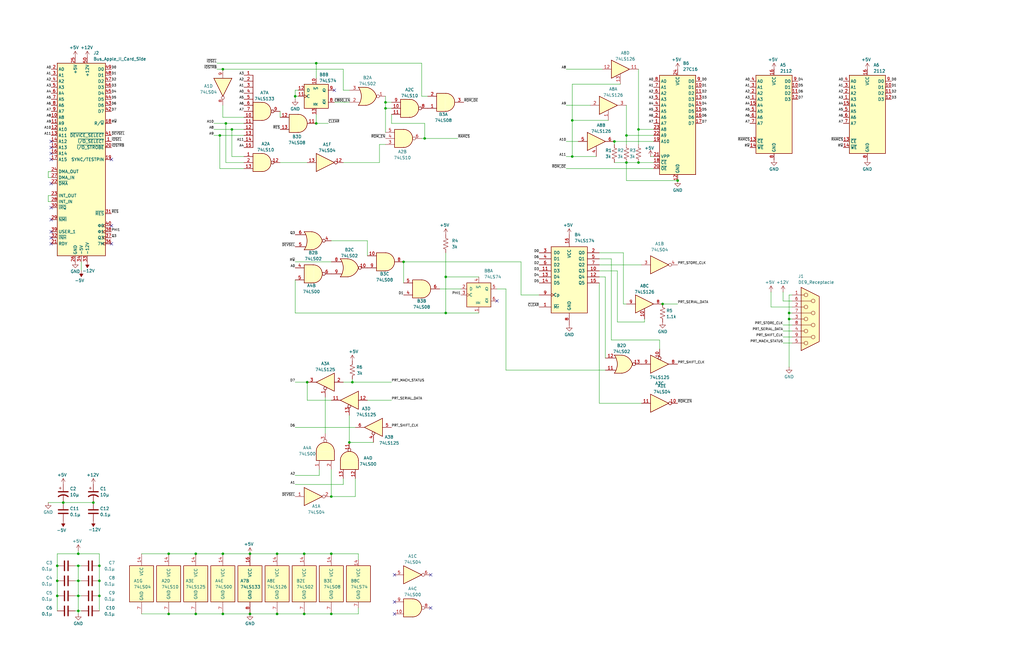
<source format=kicad_sch>
(kicad_sch (version 20231120) (generator "eeschema") (generator_version "8.0")
  (paper "USLedger")
  (title_block (title "Apple Synch Printer Interface Card") (date "2024-03-23") (rev "01") (comment 2 "captured by Mark Aikens") (comment 3 "by Apple Computer") (comment 4 "Synch Printer Interface Card 820-0027-01"))
  (junction (at 24.13 238.76))
  (junction (at 33.02 251.46))
  (junction (at 33.02 233.68))
  (junction (at 179.07 58.42))
  (junction (at 147.32 186.69))
  (junction (at 133.35 52.07))
  (junction (at 26.67 212.09))
  (junction (at 33.02 238.76))
  (junction (at 71.12 233.68))
  (junction (at 82.55 259.08))
  (junction (at 116.84 233.68))
  (junction (at 148.59 161.29))
  (junction (at 41.91 245.11))
  (junction (at 187.96 132.08))
  (junction (at 33.02 257.81))
  (junction (at 128.27 259.08))
  (junction (at 24.13 245.11))
  (junction (at 332.74 132.08))
  (junction (at 95.25 52.07))
  (junction (at 241.3 66.04))
  (junction (at 285.75 76.2))
  (junction (at 133.35 26.67))
  (junction (at 332.74 134.62))
  (junction (at 41.91 251.46))
  (junction (at 92.71 57.15))
  (junction (at 187.96 116.84))
  (junction (at 241.3 50.8))
  (junction (at 24.13 251.46))
  (junction (at 139.7 209.55))
  (junction (at 279.4 128.27))
  (junction (at 162.56 43.18))
  (junction (at 128.27 233.68))
  (junction (at 259.08 59.69))
  (junction (at 124.46 40.64))
  (junction (at 33.02 245.11))
  (junction (at 71.12 259.08))
  (junction (at 269.24 68.58))
  (junction (at 116.84 259.08))
  (junction (at 93.98 29.21))
  (junction (at 93.98 233.68))
  (junction (at 264.16 68.58))
  (junction (at 170.18 110.49))
  (junction (at 264.16 57.15))
  (junction (at 269.24 54.61))
  (junction (at 39.37 212.09))
  (junction (at 41.91 238.76))
  (junction (at 105.41 259.08))
  (junction (at 93.98 259.08))
  (junction (at 82.55 233.68))
  (junction (at 105.41 233.68))
  (junction (at 129.54 161.29))
  (junction (at 97.79 54.61))
  (junction (at 139.7 233.68))
  (junction (at 139.7 259.08))
  (junction (at 162.56 45.72))
  (no_connect (at 21.59 59.69))
  (no_connect (at 46.99 102.87))
  (no_connect (at 21.59 62.23))
  (no_connect (at 21.59 64.77))
  (no_connect (at 166.37 242.57))
  (no_connect (at 181.61 242.57))
  (no_connect (at 21.59 77.47))
  (no_connect (at 166.37 254))
  (no_connect (at 46.99 67.31))
  (no_connect (at 46.99 95.25))
  (no_connect (at 140.97 38.1))
  (no_connect (at 21.59 97.79))
  (no_connect (at 21.59 92.71))
  (no_connect (at 21.59 87.63))
  (no_connect (at 209.55 127))
  (no_connect (at 21.59 102.87))
  (no_connect (at 21.59 100.33))
  (no_connect (at 166.37 259.08))
  (no_connect (at 181.61 256.54))
  (no_connect (at 21.59 67.31))
  (wire (pts (xy 118.11 46.99) (xy 118.11 49.53)))
  (wire (pts (xy 20.32 72.39) (xy 20.32 74.93)))
  (wire (pts (xy 33.02 251.46) (xy 34.29 251.46)))
  (wire (pts (xy 165.1 161.29) (xy 148.59 161.29)))
  (wire (pts (xy 124.46 180.34) (xy 149.86 180.34)))
  (wire (pts (xy 330.2 127) (xy 330.2 123.19)))
  (wire (pts (xy 128.27 233.68) (xy 139.7 233.68)))
  (wire (pts (xy 20.32 82.55) (xy 21.59 82.55)))
  (wire (pts (xy 41.91 238.76) (xy 41.91 245.11)))
  (wire (pts (xy 270.51 170.18) (xy 252.73 170.18)))
  (wire (pts (xy 219.71 124.46) (xy 227.33 124.46)))
  (wire (pts (xy 157.48 186.69) (xy 147.32 186.69)))
  (wire (pts (xy 90.17 52.07) (xy 95.25 52.07)))
  (wire (pts (xy 20.32 82.55) (xy 20.32 85.09)))
  (wire (pts (xy 332.74 134.62) (xy 332.74 132.08)))
  (wire (pts (xy 133.35 48.26) (xy 133.35 52.07)))
  (wire (pts (xy 92.71 57.15) (xy 102.87 57.15)))
  (wire (pts (xy 187.96 116.84) (xy 187.96 132.08)))
  (wire (pts (xy 71.12 259.08) (xy 82.55 259.08)))
  (wire (pts (xy 332.74 154.94) (xy 332.74 134.62)))
  (wire (pts (xy 124.46 118.11) (xy 124.46 132.08)))
  (wire (pts (xy 149.86 209.55) (xy 149.86 201.93)))
  (wire (pts (xy 139.7 233.68) (xy 151.13 233.68)))
  (wire (pts (xy 33.02 257.81) (xy 34.29 257.81)))
  (wire (pts (xy 177.8 26.67) (xy 177.8 40.64)))
  (wire (pts (xy 34.29 114.3) (xy 34.29 110.49)))
  (wire (pts (xy 271.78 135.89) (xy 271.78 134.62)))
  (wire (pts (xy 33.02 238.76) (xy 33.02 245.11)))
  (wire (pts (xy 137.16 167.64) (xy 137.16 182.88)))
  (wire (pts (xy 82.55 233.68) (xy 93.98 233.68)))
  (wire (pts (xy 102.87 71.12) (xy 92.71 71.12)))
  (wire (pts (xy 93.98 233.68) (xy 105.41 233.68)))
  (wire (pts (xy 140.97 43.18) (xy 147.32 43.18)))
  (wire (pts (xy 252.73 106.68) (xy 262.89 106.68)))
  (wire (pts (xy 179.07 52.07) (xy 165.1 52.07)))
  (wire (pts (xy 144.78 161.29) (xy 148.59 161.29)))
  (wire (pts (xy 24.13 238.76) (xy 24.13 245.11)))
  (wire (pts (xy 241.3 35.56) (xy 261.62 35.56)))
  (wire (pts (xy 93.98 44.45) (xy 93.98 49.53)))
  (wire (pts (xy 97.79 66.04) (xy 97.79 54.61)))
  (wire (pts (xy 160.02 60.96) (xy 162.56 60.96)))
  (wire (pts (xy 102.87 66.04) (xy 97.79 66.04)))
  (wire (pts (xy 162.56 45.72) (xy 165.1 45.72)))
  (wire (pts (xy 264.16 57.15) (xy 275.59 57.15)))
  (wire (pts (xy 177.8 40.64) (xy 180.34 40.64)))
  (wire (pts (xy 187.96 116.84) (xy 201.93 116.84)))
  (wire (pts (xy 105.41 259.08) (xy 116.84 259.08)))
  (wire (pts (xy 118.11 68.58) (xy 129.54 68.58)))
  (wire (pts (xy 33.02 232.41) (xy 33.02 233.68)))
  (wire (pts (xy 259.08 59.69) (xy 259.08 60.96)))
  (wire (pts (xy 20.32 85.09) (xy 21.59 85.09)))
  (wire (pts (xy 278.13 143.51) (xy 278.13 147.32)))
  (wire (pts (xy 264.16 57.15) (xy 264.16 60.96)))
  (wire (pts (xy 128.27 259.08) (xy 139.7 259.08)))
  (wire (pts (xy 252.73 111.76) (xy 270.51 111.76)))
  (wire (pts (xy 325.12 129.54) (xy 334.01 129.54)))
  (wire (pts (xy 162.56 45.72) (xy 162.56 55.88)))
  (wire (pts (xy 26.67 212.09) (xy 39.37 212.09)))
  (wire (pts (xy 24.13 251.46) (xy 24.13 257.81)))
  (wire (pts (xy 269.24 68.58) (xy 275.59 68.58)))
  (wire (pts (xy 332.74 124.46) (xy 332.74 132.08)))
  (wire (pts (xy 269.24 60.96) (xy 269.24 54.61)))
  (wire (pts (xy 260.35 114.3) (xy 260.35 135.89)))
  (wire (pts (xy 124.46 204.47) (xy 144.78 204.47)))
  (wire (pts (xy 33.02 251.46) (xy 33.02 257.81)))
  (wire (pts (xy 209.55 121.92) (xy 213.36 121.92)))
  (wire (pts (xy 260.35 135.89) (xy 271.78 135.89)))
  (wire (pts (xy 162.56 43.18) (xy 162.56 40.64)))
  (wire (pts (xy 334.01 134.62) (xy 332.74 134.62)))
  (wire (pts (xy 241.3 50.8) (xy 256.54 50.8)))
  (wire (pts (xy 41.91 233.68) (xy 41.91 238.76)))
  (wire (pts (xy 105.41 233.68) (xy 116.84 233.68)))
  (wire (pts (xy 334.01 124.46) (xy 332.74 124.46)))
  (wire (pts (xy 185.42 121.92) (xy 194.31 121.92)))
  (wire (pts (xy 33.02 233.68) (xy 24.13 233.68)))
  (wire (pts (xy 165.1 52.07) (xy 165.1 48.26)))
  (wire (pts (xy 238.76 44.45) (xy 248.92 44.45)))
  (wire (pts (xy 59.69 233.68) (xy 71.12 233.68)))
  (wire (pts (xy 90.17 57.15) (xy 92.71 57.15)))
  (wire (pts (xy 279.4 128.27) (xy 285.75 128.27)))
  (wire (pts (xy 124.46 161.29) (xy 129.54 161.29)))
  (wire (pts (xy 219.71 110.49) (xy 170.18 110.49)))
  (wire (pts (xy 41.91 245.11) (xy 41.91 251.46)))
  (wire (pts (xy 33.02 233.68) (xy 41.91 233.68)))
  (wire (pts (xy 124.46 132.08) (xy 187.96 132.08)))
  (wire (pts (xy 187.96 132.08) (xy 201.93 132.08)))
  (wire (pts (xy 139.7 259.08) (xy 151.13 259.08)))
  (wire (pts (xy 179.07 52.07) (xy 179.07 58.42)))
  (wire (pts (xy 139.7 209.55) (xy 149.86 209.55)))
  (wire (pts (xy 151.13 233.68) (xy 151.13 236.22)))
  (wire (pts (xy 24.13 245.11) (xy 24.13 251.46)))
  (wire (pts (xy 330.2 137.16) (xy 334.01 137.16)))
  (wire (pts (xy 139.7 101.6) (xy 154.94 101.6)))
  (wire (pts (xy 144.78 201.93) (xy 144.78 204.47)))
  (wire (pts (xy 95.25 52.07) (xy 102.87 52.07)))
  (wire (pts (xy 241.3 35.56) (xy 241.3 50.8)))
  (wire (pts (xy 330.2 139.7) (xy 334.01 139.7)))
  (wire (pts (xy 162.56 43.18) (xy 162.56 45.72)))
  (wire (pts (xy 325.12 123.19) (xy 325.12 129.54)))
  (wire (pts (xy 147.32 175.26) (xy 147.32 186.69)))
  (wire (pts (xy 139.7 168.91) (xy 129.54 168.91)))
  (wire (pts (xy 116.84 233.68) (xy 128.27 233.68)))
  (wire (pts (xy 187.96 106.68) (xy 187.96 116.84)))
  (wire (pts (xy 269.24 54.61) (xy 275.59 54.61)))
  (wire (pts (xy 238.76 71.12) (xy 275.59 71.12)))
  (wire (pts (xy 241.3 50.8) (xy 241.3 66.04)))
  (wire (pts (xy 262.89 106.68) (xy 262.89 128.27)))
  (wire (pts (xy 33.02 257.81) (xy 33.02 259.08)))
  (wire (pts (xy 255.27 116.84) (xy 255.27 151.13)))
  (wire (pts (xy 31.75 238.76) (xy 33.02 238.76)))
  (wire (pts (xy 133.35 52.07) (xy 138.43 52.07)))
  (wire (pts (xy 219.71 124.46) (xy 219.71 110.49)))
  (wire (pts (xy 91.44 29.21) (xy 93.98 29.21)))
  (wire (pts (xy 33.02 245.11) (xy 33.02 251.46)))
  (wire (pts (xy 179.07 58.42) (xy 177.8 58.42)))
  (wire (pts (xy 264.16 76.2) (xy 285.75 76.2)))
  (wire (pts (xy 93.98 29.21) (xy 144.78 29.21)))
  (wire (pts (xy 20.32 72.39) (xy 21.59 72.39)))
  (wire (pts (xy 151.13 259.08) (xy 151.13 256.54)))
  (wire (pts (xy 213.36 156.21) (xy 213.36 121.92)))
  (wire (pts (xy 332.74 132.08) (xy 334.01 132.08)))
  (wire (pts (xy 133.35 26.67) (xy 133.35 33.02)))
  (wire (pts (xy 124.46 41.91) (xy 124.46 40.64)))
  (wire (pts (xy 330.2 142.24) (xy 334.01 142.24)))
  (wire (pts (xy 24.13 233.68) (xy 24.13 238.76)))
  (wire (pts (xy 144.78 68.58) (xy 160.02 68.58)))
  (wire (pts (xy 262.89 128.27) (xy 264.16 128.27)))
  (wire (pts (xy 264.16 44.45) (xy 264.16 57.15)))
  (wire (pts (xy 259.08 68.58) (xy 264.16 68.58)))
  (wire (pts (xy 133.35 26.67) (xy 177.8 26.67)))
  (wire (pts (xy 31.75 257.81) (xy 33.02 257.81)))
  (wire (pts (xy 144.78 29.21) (xy 144.78 38.1)))
  (wire (pts (xy 31.75 245.11) (xy 33.02 245.11)))
  (wire (pts (xy 116.84 259.08) (xy 128.27 259.08)))
  (wire (pts (xy 124.46 38.1) (xy 124.46 40.64)))
  (wire (pts (xy 92.71 71.12) (xy 92.71 57.15)))
  (wire (pts (xy 97.79 54.61) (xy 102.87 54.61)))
  (wire (pts (xy 264.16 68.58) (xy 264.16 76.2)))
  (wire (pts (xy 334.01 127) (xy 330.2 127)))
  (wire (pts (xy 238.76 66.04) (xy 241.3 66.04)))
  (wire (pts (xy 33.02 245.11) (xy 34.29 245.11)))
  (wire (pts (xy 41.91 251.46) (xy 41.91 257.81)))
  (wire (pts (xy 238.76 29.21) (xy 254 29.21)))
  (wire (pts (xy 144.78 38.1) (xy 147.32 38.1)))
  (wire (pts (xy 238.76 59.69) (xy 243.84 59.69)))
  (wire (pts (xy 252.73 116.84) (xy 255.27 116.84)))
  (wire (pts (xy 241.3 66.04) (xy 251.46 66.04)))
  (wire (pts (xy 129.54 161.29) (xy 129.54 168.91)))
  (wire (pts (xy 269.24 29.21) (xy 269.24 54.61)))
  (wire (pts (xy 162.56 43.18) (xy 165.1 43.18)))
  (wire (pts (xy 95.25 68.58) (xy 95.25 52.07)))
  (wire (pts (xy 259.08 59.69) (xy 275.59 59.69)))
  (wire (pts (xy 148.59 160.02) (xy 148.59 161.29)))
  (wire (pts (xy 20.32 212.09) (xy 26.67 212.09)))
  (wire (pts (xy 91.44 26.67) (xy 133.35 26.67)))
  (wire (pts (xy 31.75 251.46) (xy 33.02 251.46)))
  (wire (pts (xy 102.87 68.58) (xy 95.25 68.58)))
  (wire (pts (xy 160.02 68.58) (xy 160.02 60.96)))
  (wire (pts (xy 82.55 259.08) (xy 93.98 259.08)))
  (wire (pts (xy 255.27 156.21) (xy 213.36 156.21)))
  (wire (pts (xy 252.73 170.18) (xy 252.73 119.38)))
  (wire (pts (xy 139.7 198.12) (xy 139.7 209.55)))
  (wire (pts (xy 124.46 200.66) (xy 134.62 200.66)))
  (wire (pts (xy 274.32 66.04) (xy 275.59 66.04)))
  (wire (pts (xy 257.81 109.22) (xy 257.81 143.51)))
  (wire (pts (xy 33.02 238.76) (xy 34.29 238.76)))
  (wire (pts (xy 252.73 109.22) (xy 257.81 109.22)))
  (wire (pts (xy 59.69 259.08) (xy 71.12 259.08)))
  (wire (pts (xy 252.73 114.3) (xy 260.35 114.3)))
  (wire (pts (xy 90.17 54.61) (xy 97.79 54.61)))
  (wire (pts (xy 124.46 40.64) (xy 125.73 40.64)))
  (wire (pts (xy 154.94 101.6) (xy 154.94 107.95)))
  (wire (pts (xy 134.62 200.66) (xy 134.62 198.12)))
  (wire (pts (xy 330.2 144.78) (xy 334.01 144.78)))
  (wire (pts (xy 154.94 168.91) (xy 165.1 168.91)))
  (wire (pts (xy 20.32 74.93) (xy 21.59 74.93)))
  (wire (pts (xy 93.98 259.08) (xy 105.41 259.08)))
  (wire (pts (xy 71.12 233.68) (xy 82.55 233.68)))
  (wire (pts (xy 179.07 58.42) (xy 193.04 58.42)))
  (wire (pts (xy 124.46 110.49) (xy 139.7 110.49)))
  (wire (pts (xy 170.18 119.38) (xy 170.18 110.49)))
  (wire (pts (xy 257.81 143.51) (xy 278.13 143.51)))
  (wire (pts (xy 125.73 38.1) (xy 124.46 38.1)))
  (wire (pts (xy 264.16 68.58) (xy 269.24 68.58)))
  (wire (pts (xy 93.98 49.53) (xy 102.87 49.53)))
  (label "PRT_SERIAL_DATA" (at 330.2 139.7 180) (effects (font (size 1 1))))
  (label "D5" (at 295.91 46.99 0) (effects (font (size 1 1))))
  (label "D4" (at 46.99 39.37 0) (effects (font (size 1 1))))
  (label "D7" (at 124.46 161.29 180) (effects (font (size 1 1))))
  (label "~{RAMCS}" (at 193.04 58.42 0) (effects (font (size 1 1))))
  (label "D6" (at 227.33 109.22 180) (effects (font (size 1 1))))
  (label "A3" (at 355.6 41.91 180) (effects (font (size 1 1))))
  (label "D5" (at 46.99 41.91 0) (effects (font (size 1 1))))
  (label "A3" (at 275.59 41.91 180) (effects (font (size 1 1))))
  (label "D1" (at 295.91 36.83 0) (effects (font (size 1 1))))
  (label "~{RAMCS}" (at 355.6 59.69 180) (effects (font (size 1 1))))
  (label "A2" (at 124.46 200.66 180) (effects (font (size 1 1))))
  (label "A8" (at 238.76 29.21 180) (effects (font (size 1 1))))
  (label "~{ROM_EN}" (at 162.56 58.42 180) (effects (font (size 1 1))))
  (label "A6" (at 355.6 49.53 180) (effects (font (size 1 1))))
  (label "D4" (at 336.55 34.29 0) (effects (font (size 1 1))))
  (label "Q3" (at 46.99 100.33 0) (effects (font (size 1 1))))
  (label "D0" (at 46.99 29.21 0) (effects (font (size 1 1))))
  (label "A4" (at 355.6 44.45 180) (effects (font (size 1 1))))
  (label "A0" (at 102.87 39.37 180) (effects (font (size 1 1))))
  (label "~{DEVSEL}" (at 124.46 104.14 180) (effects (font (size 1 1))))
  (label "~{ROM_EN}" (at 285.75 170.18 0) (effects (font (size 1 1))))
  (label "Q3" (at 124.46 99.06 180) (effects (font (size 1 1))))
  (label "A4" (at 21.59 39.37 180) (effects (font (size 1 1))))
  (label "A2" (at 355.6 39.37 180) (effects (font (size 1 1))))
  (label "A1" (at 355.6 36.83 180) (effects (font (size 1 1))))
  (label "~{CLEAR}" (at 138.43 52.07 0) (effects (font (size 1 1))))
  (label "A5" (at 355.6 46.99 180) (effects (font (size 1 1))))
  (label "A7" (at 355.6 52.07 180) (effects (font (size 1 1))))
  (label "A8" (at 21.59 49.53 180) (effects (font (size 1 1))))
  (label "D2" (at 46.99 34.29 0) (effects (font (size 1 1))))
  (label "~{DEVSEL}" (at 124.46 209.55 180) (effects (font (size 1 1))))
  (label "D2" (at 295.91 39.37 0) (effects (font (size 1 1))))
  (label "D1" (at 375.92 36.83 0) (effects (font (size 1 1))))
  (label "A5" (at 316.23 46.99 180) (effects (font (size 1 1))))
  (label "A3" (at 21.59 36.83 180) (effects (font (size 1 1))))
  (label "D6" (at 46.99 44.45 0) (effects (font (size 1 1))))
  (label "PRT_SERIAL_DATA" (at 165.1 168.91 0) (effects (font (size 1 1))))
  (label "D7" (at 46.99 46.99 0) (effects (font (size 1 1))))
  (label "D3" (at 46.99 36.83 0) (effects (font (size 1 1))))
  (label "~{CLEAR}" (at 227.33 129.54 180) (effects (font (size 1 1))))
  (label "A1" (at 275.59 36.83 180) (effects (font (size 1 1))))
  (label "A2" (at 316.23 39.37 180) (effects (font (size 1 1))))
  (label "A4" (at 275.59 44.45 180) (effects (font (size 1 1))))
  (label "A9" (at 21.59 52.07 180) (effects (font (size 1 1))))
  (label "A1" (at 21.59 31.75 180) (effects (font (size 1 1))))
  (label "D1" (at 46.99 31.75 0) (effects (font (size 1 1))))
  (label "PRT_MACH_STATUS" (at 165.1 161.29 0) (effects (font (size 1 1))))
  (label "D5" (at 336.55 36.83 0) (effects (font (size 1 1))))
  (label "PHI1" (at 46.99 97.79 0) (effects (font (size 1 1))))
  (label "A6" (at 102.87 44.45 180) (effects (font (size 1 1))))
  (label "A6" (at 275.59 49.53 180) (effects (font (size 1 1))))
  (label "A9" (at 238.76 44.45 180) (effects (font (size 1 1))))
  (label "D7" (at 295.91 52.07 0) (effects (font (size 1 1))))
  (label "~{RES}" (at 46.99 90.17 0) (effects (font (size 1 1))))
  (label "~{ROM_OE}" (at 195.58 43.18 0) (effects (font (size 1 1))))
  (label "A7" (at 275.59 52.07 180) (effects (font (size 1 1))))
  (label "A3" (at 316.23 41.91 180) (effects (font (size 1 1))))
  (label "A3" (at 102.87 31.75 180) (effects (font (size 1 1))))
  (label "A2" (at 102.87 34.29 180) (effects (font (size 1 1))))
  (label "A2" (at 275.59 39.37 180) (effects (font (size 1 1))))
  (label "~{C800_EN}" (at 140.97 43.18 0) (effects (font (size 1 1))))
  (label "PRT_STORE_CLK" (at 285.75 111.76 0) (effects (font (size 1 1))))
  (label "D3" (at 375.92 41.91 0) (effects (font (size 1 1))))
  (label "A5" (at 275.59 46.99 180) (effects (font (size 1 1))))
  (label "A1" (at 124.46 204.47 180) (effects (font (size 1 1))))
  (label "PRT_MACH_STATUS" (at 330.2 144.78 180) (effects (font (size 1 1))))
  (label "~{IOSTRB}" (at 46.99 62.23 0) (effects (font (size 1 1))))
  (label "R~{W}" (at 124.46 110.49 180) (effects (font (size 1 1))))
  (label "~{IOSEL}" (at 91.44 26.67 180) (effects (font (size 1 1))))
  (label "A11" (at 21.59 57.15 180) (effects (font (size 1 1))))
  (label "A10" (at 90.17 52.07 180) (effects (font (size 1 1))))
  (label "R~{W}" (at 46.99 52.07 0) (effects (font (size 1 1))))
  (label "PRT_SHIFT_CLK" (at 330.2 142.24 180) (effects (font (size 1 1))))
  (label "PRT_SERIAL_DATA" (at 285.75 128.27 0) (effects (font (size 1 1))))
  (label "A10" (at 21.59 54.61 180) (effects (font (size 1 1))))
  (label "~{DEVSEL}" (at 46.99 57.15 0) (effects (font (size 1 1))))
  (label "PHI1" (at 194.31 124.46 180) (effects (font (size 1 1))))
  (label "A0" (at 21.59 29.21 180) (effects (font (size 1 1))))
  (label "PRT_SHIFT_CLK" (at 165.1 180.34 0) (effects (font (size 1 1))))
  (label "D0" (at 295.91 34.29 0) (effects (font (size 1 1))))
  (label "A9" (at 90.17 57.15 180) (effects (font (size 1 1))))
  (label "A4" (at 102.87 62.23 180) (effects (font (size 1 1))))
  (label "PRT_SHIFT_CLK" (at 285.75 153.67 0) (effects (font (size 1 1))))
  (label "D4" (at 227.33 116.84 180) (effects (font (size 1 1))))
  (label "A10" (at 238.76 59.69 180) (effects (font (size 1 1))))
  (label "A11" (at 102.87 59.69 180) (effects (font (size 1 1))))
  (label "A7" (at 102.87 46.99 180) (effects (font (size 1 1))))
  (label "D7" (at 336.55 41.91 0) (effects (font (size 1 1))))
  (label "D6" (at 336.55 39.37 0) (effects (font (size 1 1))))
  (label "~{IOSEL}" (at 46.99 59.69 0) (effects (font (size 1 1))))
  (label "A5" (at 102.87 41.91 180) (effects (font (size 1 1))))
  (label "D0" (at 227.33 106.68 180) (effects (font (size 1 1))))
  (label "A2" (at 21.59 34.29 180) (effects (font (size 1 1))))
  (label "A1" (at 102.87 36.83 180) (effects (font (size 1 1))))
  (label "D6" (at 295.91 49.53 0) (effects (font (size 1 1))))
  (label "A5" (at 21.59 41.91 180) (effects (font (size 1 1))))
  (label "A0" (at 355.6 34.29 180) (effects (font (size 1 1))))
  (label "A6" (at 316.23 49.53 180) (effects (font (size 1 1))))
  (label "A8" (at 90.17 54.61 180) (effects (font (size 1 1))))
  (label "A0" (at 124.46 113.03 180) (effects (font (size 1 1))))
  (label "D3" (at 227.33 114.3 180) (effects (font (size 1 1))))
  (label "A7" (at 21.59 46.99 180) (effects (font (size 1 1))))
  (label "D2" (at 227.33 111.76 180) (effects (font (size 1 1))))
  (label "~{ROM_OE}" (at 238.76 71.12 180) (effects (font (size 1 1))))
  (label "A0" (at 275.59 34.29 180) (effects (font (size 1 1))))
  (label "A4" (at 316.23 44.45 180) (effects (font (size 1 1))))
  (label "~{IOSTRB}" (at 91.44 29.21 180) (effects (font (size 1 1))))
  (label "A11" (at 238.76 66.04 180) (effects (font (size 1 1))))
  (label "D6" (at 124.46 180.34 180) (effects (font (size 1 1))))
  (label "~{RAMCS}" (at 316.23 59.69 180) (effects (font (size 1 1))))
  (label "~{RES}" (at 118.11 54.61 180) (effects (font (size 1 1))))
  (label "A0" (at 316.23 34.29 180) (effects (font (size 1 1))))
  (label "A6" (at 21.59 44.45 180) (effects (font (size 1 1))))
  (label "D0" (at 375.92 34.29 0) (effects (font (size 1 1))))
  (label "A7" (at 316.23 52.07 180) (effects (font (size 1 1))))
  (label "D4" (at 295.91 44.45 0) (effects (font (size 1 1))))
  (label "A1" (at 316.23 36.83 180) (effects (font (size 1 1))))
  (label "D3" (at 295.91 41.91 0) (effects (font (size 1 1))))
  (label "D1" (at 170.18 124.46 180) (effects (font (size 1 1))))
  (label "D2" (at 375.92 39.37 0) (effects (font (size 1 1))))
  (label "R~{W}" (at 316.23 62.23 180) (effects (font (size 1 1))))
  (label "PRT_STORE_CLK" (at 330.2 137.16 180) (effects (font (size 1 1))))
  (label "D5" (at 227.33 119.38 180) (effects (font (size 1 1))))
  (label "R~{W}" (at 355.6 62.23 180) (effects (font (size 1 1))))
  (symbol (lib_id "74xx:74LS02") (at 147.32 113.03 0) (unit 3)
    (property "Reference" "B2" (at 147.32 105.41 0))
    (property "Value" "74LS02" (at 147.32 107.95 0))
    (property "Datasheet" "http://www.ti.com/lit/gpn/sn74ls02" (effects (hide yes)))
    (property "Description" "quad 2-input NOR gate" (effects (hide yes)))
  )
  (symbol (lib_id "74xx:74LS04") (at 173.99 242.57 0) (unit 3)
    (property "Reference" "A1" (at 173.99 234.696 0))
    (property "Value" "74LS04" (at 173.99 237.236 0))
    (property "Datasheet" "http://www.ti.com/lit/gpn/sn74LS04" (effects (hide yes)))
    (property "Description" "Hex Inverter" (effects (hide yes)))
  )
  (symbol (lib_id "power:+12V") (at 36.83 24.13 0) (unit 1)
    (property "Reference" "#PWR09" (effects (hide yes)))
    (property "Value" "+12V" (at 36.576 20.066 0))
    (property "Description" "Power symbol creates a global label with name \"+12V\"" (effects (hide yes)))
  )
  (symbol (lib_id "power:+5V") (at 365.76 29.21 0) (unit 1)
    (property "Reference" "#PWR014" (effects (hide yes)))
    (property "Value" "+5V" (at 365.252 25.146 0))
    (property "Description" "Power symbol creates a global label with name \"+5V\"" (effects (hide yes)))
  )
  (symbol (lib_id "74xx:74LS10") (at 172.72 45.72 0) (unit 3)
    (property "Reference" "A2" (at 172.72 37.846 0))
    (property "Value" "74LS10" (at 172.72 40.386 0))
    (property "Datasheet" "http://www.ti.com/lit/gpn/sn74LS10" (effects (hide yes)))
    (property "Description" "Triple 3-input NAND" (effects (hide yes)))
  )
  (symbol (lib_id "power:+5V") (at 33.02 232.41 0) (unit 1)
    (property "Reference" "#PWR04" (effects (hide yes)))
    (property "Value" "+5V" (at 32.512 228.346 0))
    (property "Description" "Power symbol creates a global label with name \"+5V\"" (effects (hide yes)))
  )
  (symbol (lib_id "74xx:74LS125") (at 157.48 180.34 0) (mirror y) (unit 2)
    (property "Reference" "A3" (at 164.084 184.404 0))
    (property "Value" "74LS125" (at 164.084 186.944 0))
    (property "Datasheet" "http://www.ti.com/lit/gpn/sn74LS125" (effects (hide yes)))
    (property "Description" "Quad buffer 3-State outputs" (effects (hide yes)))
  )
  (symbol (lib_id "74xx:74LS08") (at 177.8 121.92 0) (mirror x) (unit 2)
    (property "Reference" "B3" (at 177.8083 127 0))
    (property "Value" "74LS08" (at 177.8083 129.54 0))
    (property "Datasheet" "http://www.ti.com/lit/gpn/sn74LS08" (effects (hide yes)))
    (property "Description" "Quad And2" (effects (hide yes)))
  )
  (symbol (lib_id "74xx:74LS02") (at 154.94 40.64 0) (mirror x) (unit 1)
    (property "Reference" "B2" (at 154.94 32.766 0))
    (property "Value" "74LS02" (at 154.94 35.306 0))
    (property "Datasheet" "http://www.ti.com/lit/gpn/sn74ls02" (effects (hide yes)))
    (property "Description" "quad 2-input NOR gate" (effects (hide yes)))
  )
  (symbol (lib_id "power:GND") (at 332.74 154.94 0) (unit 1)
    (property "Reference" "#PWR030" (effects (hide yes)))
    (property "Value" "GND" (at 332.74 159.004 0))
    (property "Description" "Power symbol creates a global label with name \"GND\" , ground" (effects (hide yes)))
  )
  (symbol (lib_id "74xx:74LS174") (at 240.03 116.84 0) (unit 1)
    (property "Reference" "B4" (at 242.2241 99.06 0) (effects (justify left)))
    (property "Value" "74LS174" (at 242.2241 101.6 0) (effects (justify left)))
    (property "Datasheet" "http://www.ti.com/lit/gpn/sn74LS174" (effects (hide yes)))
    (property "Description" "Hex D-type Flip-Flop, reset" (effects (hide yes)))
  )
  (symbol (lib_id "74xx:74LS04") (at 93.98 36.83 90) (mirror x) (unit 4)
    (property "Reference" "A1" (at 87.884 36.322 90))
    (property "Value" "74LS04" (at 87.884 38.862 90))
    (property "Datasheet" "http://www.ti.com/lit/gpn/sn74LS04" (effects (hide yes)))
    (property "Description" "Hex Inverter" (effects (hide yes)))
  )
  (symbol (lib_id "power:+12V") (at 39.37 204.47 0) (unit 1)
    (property "Reference" "#PWR033" (effects (hide yes)))
    (property "Value" "+12V" (at 39.116 200.406 0))
    (property "Description" "Power symbol creates a global label with name \"+12V\"" (effects (hide yes)))
  )
  (symbol (lib_id "74xx:74LS00") (at 132.08 115.57 0) (unit 2)
    (property "Reference" "A4" (at 131.318 120.523 0))
    (property "Value" "74LS00" (at 131.318 123.063 0))
    (property "Datasheet" "http://www.ti.com/lit/gpn/sn74ls00" (effects (hide yes)))
    (property "Description" "quad 2-input NAND gate" (effects (hide yes)))
  )
  (symbol (lib_id "74xx:74LS04") (at 137.16 68.58 0) (unit 6)
    (property "Reference" "A1" (at 137.922 60.96 0))
    (property "Value" "74LS04" (at 137.922 63.5 0))
    (property "Datasheet" "http://www.ti.com/lit/gpn/sn74LS04" (effects (hide yes)))
    (property "Description" "Hex Inverter" (effects (hide yes)))
  )
  (symbol (lib_id "power:+12V") (at 330.2 123.19 0) (unit 1)
    (property "Reference" "#PWR032" (effects (hide yes)))
    (property "Value" "+12V" (at 329.946 119.126 0))
    (property "Description" "Power symbol creates a global label with name \"+12V\"" (effects (hide yes)))
  )
  (symbol (lib_id "74xx:74LS10") (at 71.12 246.38 0) (unit 4)
    (property "Reference" "A2" (at 68.072 245.11 0) (effects (justify left)))
    (property "Value" "74LS10" (at 68.072 247.65 0) (effects (justify left)))
    (property "Datasheet" "http://www.ti.com/lit/gpn/sn74LS10" (effects (hide yes)))
    (property "Description" "Triple 3-input NAND" (effects (hide yes)))
  )
  (symbol (lib_id "power:-5V") (at 34.29 114.3 180) (unit 1)
    (property "Reference" "#PWR07" (effects (hide yes)))
    (property "Value" "-5V" (at 33.528 118.364 0))
    (property "Description" "Power symbol creates a global label with name \"-5V\"" (effects (hide yes)))
  )
  (symbol (lib_id "power:-12V") (at 39.37 219.71 180) (unit 1)
    (property "Reference" "#PWR035" (effects (hide yes)))
    (property "Value" "-12V" (at 39.878 223.52 0))
    (property "Description" "Power symbol creates a global label with name \"-12V\"" (effects (hide yes)))
  )
  (symbol (lib_id "74xx:74LS10") (at 170.18 58.42 0) (mirror x) (unit 2)
    (property "Reference" "A2" (at 169.672 64.008 0))
    (property "Value" "74LS10" (at 169.672 66.548 0))
    (property "Datasheet" "http://www.ti.com/lit/gpn/sn74LS10" (effects (hide yes)))
    (property "Description" "Triple 3-input NAND" (effects (hide yes)))
  )
  (symbol (lib_id "74xx:74LS125") (at 147.32 168.91 0) (mirror y) (unit 4)
    (property "Reference" "A3" (at 154.432 172.466 0))
    (property "Value" "74LS125" (at 154.432 175.006 0))
    (property "Datasheet" "http://www.ti.com/lit/gpn/sn74LS125" (effects (hide yes)))
    (property "Description" "Quad buffer 3-State outputs" (effects (hide yes)))
  )
  (symbol (lib_id "Device:C") (at 38.1 251.46 90) (unit 1)
    (property "Reference" "C9" (at 48.514 250.19 90) (effects (justify left)))
    (property "Value" "0.1µ" (at 48.514 252.73 90) (effects (justify left)))
    (property "Description" "Unpolarized capacitor" (effects (hide yes)))
  )
  (symbol (lib_id "Connector:DE9_Receptacle") (at 341.63 134.62 0) (unit 1)
    (property "Reference" "J1" (at 336.55 116.586 0) (effects (justify left)))
    (property "Value" "DE9_Receptacle" (at 336.55 119.126 0) (effects (justify left)))
    (property "Datasheet" " ~" (effects (hide yes)))
    (property "Description" "9-pin female receptacle socket D-SUB connector" (effects (hide yes)))
  )
  (symbol (lib_id "74xx:74LS126") (at 251.46 59.69 0) (unit 2)
    (property "Reference" "A8" (at 253.492 52.832 0))
    (property "Value" "74LS126" (at 253.492 55.372 0))
    (property "Datasheet" "http://www.ti.com/lit/gpn/sn74LS126" (effects (hide yes)))
    (property "Description" "Quad buffer 3-State outputs" (effects (hide yes)))
  )
  (symbol (lib_id "Device:C") (at 38.1 245.11 90) (unit 1)
    (property "Reference" "C8" (at 48.514 243.84 90) (effects (justify left)))
    (property "Value" "0.1µ" (at 48.514 246.38 90) (effects (justify left)))
    (property "Description" "Unpolarized capacitor" (effects (hide yes)))
  )
  (symbol (lib_id "power:+5V") (at 274.32 66.04 0) (unit 1)
    (property "Reference" "#PWR017" (effects (hide yes)))
    (property "Value" "+5V" (at 273.812 62.484 0))
    (property "Description" "Power symbol creates a global label with name \"+5V\"" (effects (hide yes)))
  )
  (symbol (lib_id "74xx:74LS02") (at 262.89 153.67 0) (mirror x) (unit 4)
    (property "Reference" "B2" (at 262.128 145.796 0))
    (property "Value" "74LS02" (at 262.128 148.336 0))
    (property "Datasheet" "http://www.ti.com/lit/gpn/sn74ls02" (effects (hide yes)))
    (property "Description" "quad 2-input NOR gate" (effects (hide yes)))
  )
  (symbol (lib_id "Device:R_US") (at 187.96 102.87 0) (unit 1)
    (property "Reference" "R4" (at 190.5 101.5999 0) (effects (justify left)))
    (property "Value" "3k" (at 190.5 104.1399 0) (effects (justify left)))
    (property "Description" "Resistor, US symbol" (effects (hide yes)))
  )
  (symbol (lib_id "74xx:74LS04") (at 132.08 209.55 0) (unit 1)
    (property "Reference" "A1" (at 133.35 213.614 0))
    (property "Value" "74LS04" (at 133.35 216.154 0))
    (property "Datasheet" "http://www.ti.com/lit/gpn/sn74LS04" (effects (hide yes)))
    (property "Description" "Hex Inverter" (effects (hide yes)))
  )
  (symbol (lib_id "power:+5V") (at 285.75 29.21 0) (unit 1)
    (property "Reference" "#PWR016" (effects (hide yes)))
    (property "Value" "+5V" (at 285.242 25.146 0))
    (property "Description" "Power symbol creates a global label with name \"+5V\"" (effects (hide yes)))
  )
  (symbol (lib_id "power:+5V") (at 26.67 204.47 0) (unit 1)
    (property "Reference" "#PWR010" (effects (hide yes)))
    (property "Value" "+5V" (at 26.162 200.406 0))
    (property "Description" "Power symbol creates a global label with name \"+5V\"" (effects (hide yes)))
  )
  (symbol (lib_id "74xx:74LS08") (at 162.56 110.49 0) (mirror x) (unit 3)
    (property "Reference" "B3" (at 162.179 115.57 0))
    (property "Value" "74LS08" (at 162.179 118.11 0))
    (property "Datasheet" "http://www.ti.com/lit/gpn/sn74LS08" (effects (hide yes)))
    (property "Description" "Quad And2" (effects (hide yes)))
  )
  (symbol (lib_id "Device:C_Polarized_US") (at 39.37 208.28 0) (unit 1)
    (property "Reference" "C1" (at 42.164 206.248 0) (effects (justify left)))
    (property "Value" "10µ" (at 42.164 208.788 0) (effects (justify left)))
    (property "Description" "Polarized capacitor, US symbol" (effects (hide yes)))
  )
  (symbol (lib_id "Device:C") (at 27.94 238.76 90) (unit 1)
    (property "Reference" "C3" (at 22.098 237.49 90) (effects (justify left)))
    (property "Value" "0.1µ" (at 22.098 240.03 90) (effects (justify left)))
    (property "Description" "Unpolarized capacitor" (effects (hide yes)))
  )
  (symbol (lib_id "Memory_Legacy:27C16") (at 285.75 54.61 0) (unit 1)
    (property "Reference" "B6" (at 287.9441 26.67 0) (effects (justify left)))
    (property "Value" "27C16" (at 287.9441 29.21 0) (effects (justify left)))
    (property "Footprint" "Package_DIP:DIP-24_W15.24mm" (effects (hide yes)))
    (property "Description" "EPROM 16 KiBit (2Ki * 8)" (effects (hide yes)))
  )
  (symbol (lib_id "power:+5V") (at 148.59 152.4 0) (mirror y) (unit 1)
    (property "Reference" "#PWR024" (effects (hide yes)))
    (property "Value" "+5V" (at 149.098 148.336 0))
    (property "Description" "Power symbol creates a global label with name \"+5V\"" (effects (hide yes)))
  )
  (symbol (lib_id "power:+5V") (at 240.03 99.06 0) (unit 1)
    (property "Reference" "#PWR015" (effects (hide yes)))
    (property "Value" "+5V" (at 239.522 94.996 0))
    (property "Description" "Power symbol creates a global label with name \"+5V\"" (effects (hide yes)))
  )
  (symbol (lib_id "Device:R_US") (at 259.08 64.77 0) (unit 1)
    (property "Reference" "R1" (at 255.27 63.5 0) (effects (justify left)))
    (property "Value" "3k" (at 255.27 66.04 0) (effects (justify left)))
    (property "Description" "Resistor, US symbol" (effects (hide yes)))
  )
  (symbol (lib_id "power:GND") (at 279.4 135.89 0) (unit 1)
    (property "Reference" "#PWR027" (effects (hide yes)))
    (property "Value" "GND" (at 279.4 139.954 0))
    (property "Description" "Power symbol creates a global label with name \"GND\" , ground" (effects (hide yes)))
  )
  (symbol (lib_id "Device:C") (at 39.37 215.9 0) (unit 1)
    (property "Reference" "C12" (at 42.164 214.63 0) (effects (justify left)))
    (property "Value" "0.1µ" (at 42.164 217.17 0) (effects (justify left)))
    (property "Description" "Unpolarized capacitor" (effects (hide yes)))
  )
  (symbol (lib_id "74xx:74LS74") (at 133.35 40.64 0) (unit 2)
    (property "Reference" "B8" (at 134.62 31.496 0) (effects (justify left)))
    (property "Value" "74LS74" (at 134.62 34.036 0) (effects (justify left)))
    (property "Datasheet" "74xx/74hc_hct74.pdf" (effects (hide yes)))
    (property "Description" "Dual D Flip-flop, Set & Reset" (effects (hide yes)))
  )
  (symbol (lib_id "74xx:74LS02") (at 128.27 246.38 0) (unit 5)
    (property "Reference" "B2" (at 124.968 245.11 0) (effects (justify left)))
    (property "Value" "74LS02" (at 124.968 247.65 0) (effects (justify left)))
    (property "Datasheet" "http://www.ti.com/lit/gpn/sn74ls02" (effects (hide yes)))
    (property "Description" "quad 2-input NOR gate" (effects (hide yes)))
  )
  (symbol (lib_id "74xx:74LS00") (at 173.99 256.54 0) (unit 3)
    (property "Reference" "A4" (at 173.99 248.412 0))
    (property "Value" "74LS00" (at 173.99 250.952 0))
    (property "Datasheet" "http://www.ti.com/lit/gpn/sn74ls00" (effects (hide yes)))
    (property "Description" "quad 2-input NAND gate" (effects (hide yes)))
  )
  (symbol (lib_id "74xx:74LS00") (at 93.98 246.38 0) (unit 5)
    (property "Reference" "A4" (at 90.678 245.11 0) (effects (justify left)))
    (property "Value" "74LS00" (at 90.678 247.65 0) (effects (justify left)))
    (property "Datasheet" "http://www.ti.com/lit/gpn/sn74ls00" (effects (hide yes)))
    (property "Description" "quad 2-input NAND gate" (effects (hide yes)))
  )
  (symbol (lib_id "power:+5V") (at 325.12 123.19 0) (unit 1)
    (property "Reference" "#PWR031" (effects (hide yes)))
    (property "Value" "+5V" (at 324.612 119.126 0))
    (property "Description" "Power symbol creates a global label with name \"+5V\"" (effects (hide yes)))
  )
  (symbol (lib_id "74xx:74LS125") (at 82.55 246.38 0) (unit 5)
    (property "Reference" "A3" (at 78.232 245.11 0) (effects (justify left)))
    (property "Value" "74LS125" (at 78.232 247.65 0) (effects (justify left)))
    (property "Datasheet" "http://www.ti.com/lit/gpn/sn74LS125" (effects (hide yes)))
    (property "Description" "Quad buffer 3-State outputs" (effects (hide yes)))
  )
  (symbol (lib_id "power:+5V") (at 105.41 233.68 0) (unit 1)
    (property "Reference" "#PWR05" (effects (hide yes)))
    (property "Value" "+5V" (at 104.902 229.616 0))
    (property "Description" "Power symbol creates a global label with name \"+5V\"" (effects (hide yes)))
  )
  (symbol (lib_id "power:GND") (at 240.03 137.16 0) (unit 1)
    (property "Reference" "#PWR029" (effects (hide yes)))
    (property "Value" "GND" (at 240.03 141.224 0))
    (property "Description" "Power symbol creates a global label with name \"GND\" , ground" (effects (hide yes)))
  )
  (symbol (lib_id "74xx:74LS126") (at 116.84 246.38 0) (unit 5)
    (property "Reference" "A8" (at 112.522 245.11 0) (effects (justify left)))
    (property "Value" "74LS126" (at 112.522 247.65 0) (effects (justify left)))
    (property "Datasheet" "http://www.ti.com/lit/gpn/sn74LS126" (effects (hide yes)))
    (property "Description" "Quad buffer 3-State outputs" (effects (hide yes)))
  )
  (symbol (lib_id "74xx:74LS126") (at 261.62 29.21 0) (unit 4)
    (property "Reference" "A8" (at 263.652 22.352 0))
    (property "Value" "74LS126" (at 263.652 24.892 0))
    (property "Datasheet" "http://www.ti.com/lit/gpn/sn74LS126" (effects (hide yes)))
    (property "Description" "Quad buffer 3-State outputs" (effects (hide yes)))
  )
  (symbol (lib_id "power:-5V") (at 26.67 219.71 180) (unit 1)
    (property "Reference" "#PWR034" (effects (hide yes)))
    (property "Value" "-5V" (at 25.908 223.774 0))
    (property "Description" "Power symbol creates a global label with name \"-5V\"" (effects (hide yes)))
  )
  (symbol (lib_id "74xx:74LS74") (at 201.93 124.46 0) (unit 1)
    (property "Reference" "B8" (at 204.1241 114.3 0) (effects (justify left)))
    (property "Value" "74LS74" (at 204.1241 116.84 0) (effects (justify left)))
    (property "Datasheet" "74xx/74hc_hct74.pdf" (effects (hide yes)))
    (property "Description" "Dual D Flip-flop, Set & Reset" (effects (hide yes)))
  )
  (symbol (lib_id "74xx:74LS04") (at 278.13 111.76 0) (unit 2)
    (property "Reference" "A1" (at 278.13 102.87 0))
    (property "Value" "74LS04" (at 278.13 105.41 0))
    (property "Datasheet" "http://www.ti.com/lit/gpn/sn74LS04" (effects (hide yes)))
    (property "Description" "Hex Inverter" (effects (hide yes)))
  )
  (symbol (lib_id "power:-12V") (at 36.83 110.49 180) (unit 1)
    (property "Reference" "#PWR08" (effects (hide yes)))
    (property "Value" "-12V" (at 37.338 114.3 0))
    (property "Description" "Power symbol creates a global label with name \"-12V\"" (effects (hide yes)))
  )
  (symbol (lib_id "74xx:74LS126") (at 256.54 44.45 0) (unit 1)
    (property "Reference" "A8" (at 258.572 37.592 0))
    (property "Value" "74LS126" (at 258.572 40.132 0))
    (property "Datasheet" "http://www.ti.com/lit/gpn/sn74LS126" (effects (hide yes)))
    (property "Description" "Quad buffer 3-State outputs" (effects (hide yes)))
  )
  (symbol (lib_id "power:GND") (at 124.46 41.91 0) (unit 1)
    (property "Reference" "#PWR025" (effects (hide yes)))
    (property "Value" "GND" (at 124.46 45.974 0))
    (property "Description" "Power symbol creates a global label with name \"GND\" , ground" (effects (hide yes)))
  )
  (symbol (lib_id "74xx:74LS133") (at 110.49 46.99 0) (unit 1)
    (property "Reference" "A7" (at 111.506 39.116 0))
    (property "Value" "74LS133" (at 111.506 41.656 0))
    (property "Datasheet" "http://www.ti.com/lit/gpn/sn74LS133" (effects (hide yes)))
    (property "Description" "NAND 13-input" (effects (hide yes)))
  )
  (symbol (lib_id "power:GND") (at 365.76 67.31 0) (unit 1)
    (property "Reference" "#PWR022" (effects (hide yes)))
    (property "Value" "GND" (at 365.76 71.374 0))
    (property "Description" "Power symbol creates a global label with name \"GND\" , ground" (effects (hide yes)))
  )
  (symbol (lib_id "power:+5V") (at 187.96 99.06 0) (unit 1)
    (property "Reference" "#PWR019" (effects (hide yes)))
    (property "Value" "+5V" (at 187.452 94.996 0))
    (property "Description" "Power symbol creates a global label with name \"+5V\"" (effects (hide yes)))
  )
  (symbol (lib_id "Memory_Legacy:2112") (at 365.76 48.26 0) (unit 1)
    (property "Reference" "A6" (at 368.3 27.432 0) (effects (justify left)))
    (property "Value" "2112" (at 368.3 29.972 0) (effects (justify left)))
    (property "Footprint" "Package_DIP:DIP-16_W7.62mm" (effects (hide yes)))
    (property "Description" "SRAM 1 KiBit (256x4)" (effects (hide yes)))
  )
  (symbol (lib_id "power:GND") (at 33.02 259.08 0) (unit 1)
    (property "Reference" "#PWR03" (effects (hide yes)))
    (property "Value" "GND" (at 33.02 263.144 0))
    (property "Description" "Power symbol creates a global label with name \"GND\" , ground" (effects (hide yes)))
  )
  (symbol (lib_id "74xx:74LS125") (at 137.16 161.29 0) (mirror y) (unit 1)
    (property "Reference" "A3" (at 137.16 153.416 0))
    (property "Value" "74LS125" (at 137.16 155.956 0))
    (property "Datasheet" "http://www.ti.com/lit/gpn/sn74LS125" (effects (hide yes)))
    (property "Description" "Quad buffer 3-State outputs" (effects (hide yes)))
  )
  (symbol (lib_id "74xx:74LS00") (at 147.32 194.31 270) (mirror x) (unit 4)
    (property "Reference" "A4" (at 155.194 193.294 90))
    (property "Value" "74LS00" (at 155.194 195.834 90))
    (property "Datasheet" "http://www.ti.com/lit/gpn/sn74ls00" (effects (hide yes)))
    (property "Description" "quad 2-input NAND gate" (effects (hide yes)))
  )
  (symbol (lib_id "power:GND") (at 326.39 67.31 0) (unit 1)
    (property "Reference" "#PWR021" (effects (hide yes)))
    (property "Value" "GND" (at 326.39 71.374 0))
    (property "Description" "Power symbol creates a global label with name \"GND\" , ground" (effects (hide yes)))
  )
  (symbol (lib_id "74xx:74LS126") (at 271.78 128.27 0) (unit 3)
    (property "Reference" "A8" (at 271.78 120.65 0))
    (property "Value" "74LS126" (at 271.78 123.19 0))
    (property "Datasheet" "http://www.ti.com/lit/gpn/sn74LS126" (effects (hide yes)))
    (property "Description" "Quad buffer 3-State outputs" (effects (hide yes)))
  )
  (symbol (lib_id "74xx:74LS10") (at 110.49 68.58 0) (unit 1)
    (property "Reference" "A2" (at 112.014 60.706 0))
    (property "Value" "74LS10" (at 112.014 63.246 0))
    (property "Datasheet" "http://www.ti.com/lit/gpn/sn74LS10" (effects (hide yes)))
    (property "Description" "Triple 3-input NAND" (effects (hide yes)))
  )
  (symbol (lib_id "Device:C") (at 38.1 238.76 90) (unit 1)
    (property "Reference" "C7" (at 48.514 237.49 90) (effects (justify left)))
    (property "Value" "0.1µ" (at 48.514 240.03 90) (effects (justify left)))
    (property "Description" "Unpolarized capacitor" (effects (hide yes)))
  )
  (symbol (lib_id "74xx:74LS133") (at 105.41 246.38 0) (unit 2)
    (property "Reference" "A7" (at 101.346 245.11 0) (effects (justify left)))
    (property "Value" "74LS133" (at 101.346 247.65 0) (effects (justify left)))
    (property "Datasheet" "http://www.ti.com/lit/gpn/sn74LS133" (effects (hide yes)))
    (property "Description" "NAND 13-input" (effects (hide yes)))
  )
  (symbol (lib_id "Device:R_US") (at 269.24 64.77 0) (unit 1)
    (property "Reference" "R3" (at 265.43 63.5 0) (effects (justify left)))
    (property "Value" "3k" (at 265.43 66.04 0) (effects (justify left)))
    (property "Description" "Resistor, US symbol" (effects (hide yes)))
  )
  (symbol (lib_id "Device:C") (at 27.94 245.11 90) (unit 1)
    (property "Reference" "C4" (at 22.098 243.84 90) (effects (justify left)))
    (property "Value" "0.1µ" (at 22.098 246.38 90) (effects (justify left)))
    (property "Description" "Unpolarized capacitor" (effects (hide yes)))
  )
  (symbol (lib_id "74xx:74LS02") (at 132.08 101.6 0) (mirror x) (unit 2)
    (property "Reference" "B2" (at 132.08 106.68 0))
    (property "Value" "74LS02" (at 132.08 109.22 0))
    (property "Datasheet" "http://www.ti.com/lit/gpn/sn74ls02" (effects (hide yes)))
    (property "Description" "quad 2-input NOR gate" (effects (hide yes)))
  )
  (symbol (lib_id "74xx:74LS08") (at 125.73 52.07 0) (unit 4)
    (property "Reference" "B3" (at 125.222 57.658 0))
    (property "Value" "74LS08" (at 125.222 60.198 0))
    (property "Datasheet" "http://www.ti.com/lit/gpn/sn74LS08" (effects (hide yes)))
    (property "Description" "Quad And2" (effects (hide yes)))
  )
  (symbol (lib_id "74xx:74LS04") (at 59.69 246.38 0) (unit 7)
    (property "Reference" "A1" (at 56.388 245.11 0) (effects (justify left)))
    (property "Value" "74LS04" (at 56.388 247.65 0) (effects (justify left)))
    (property "Datasheet" "http://www.ti.com/lit/gpn/sn74LS04" (effects (hide yes)))
    (property "Description" "Hex Inverter" (effects (hide yes)))
  )
  (symbol (lib_id "Device:R_US") (at 264.16 64.77 0) (unit 1)
    (property "Reference" "R2" (at 260.35 63.5 0) (effects (justify left)))
    (property "Value" "3k" (at 260.35 66.04 0) (effects (justify left)))
    (property "Description" "Resistor, US symbol" (effects (hide yes)))
  )
  (symbol (lib_id "Device:C_Polarized_US") (at 26.67 208.28 0) (unit 1)
    (property "Reference" "C2" (at 29.464 206.248 0) (effects (justify left)))
    (property "Value" "10µ" (at 29.464 208.788 0) (effects (justify left)))
    (property "Description" "Polarized capacitor, US symbol" (effects (hide yes)))
  )
  (symbol (lib_id "74xx:74LS08") (at 139.7 246.38 0) (unit 5)
    (property "Reference" "B3" (at 136.398 245.11 0) (effects (justify left)))
    (property "Value" "74LS08" (at 136.398 247.65 0) (effects (justify left)))
    (property "Datasheet" "http://www.ti.com/lit/gpn/sn74LS08" (effects (hide yes)))
    (property "Description" "Quad And2" (effects (hide yes)))
  )
  (symbol (lib_id "Device:R_US") (at 148.59 156.21 0) (mirror y) (unit 1)
    (property "Reference" "R6" (at 152.908 154.94 0) (effects (justify left)))
    (property "Value" "3k" (at 152.908 157.48 0) (effects (justify left)))
    (property "Description" "Resistor, US symbol" (effects (hide yes)))
  )
  (symbol (lib_id "power:+5V") (at 31.75 24.13 0) (unit 1)
    (property "Reference" "#PWR02" (effects (hide yes)))
    (property "Value" "+5V" (at 31.242 20.066 0))
    (property "Description" "Power symbol creates a global label with name \"+5V\"" (effects (hide yes)))
  )
  (symbol (lib_id "Device:C") (at 27.94 257.81 90) (unit 1)
    (property "Reference" "C6" (at 22.098 256.54 90) (effects (justify left)))
    (property "Value" "0.1µ" (at 22.098 259.08 90) (effects (justify left)))
    (property "Description" "Unpolarized capacitor" (effects (hide yes)))
  )
  (symbol (lib_id "power:GND") (at 285.75 76.2 0) (unit 1)
    (property "Reference" "#PWR020" (effects (hide yes)))
    (property "Value" "GND" (at 285.75 80.264 0))
    (property "Description" "Power symbol creates a global label with name \"GND\" , ground" (effects (hide yes)))
  )
  (symbol (lib_id "Device:C") (at 27.94 251.46 90) (unit 1)
    (property "Reference" "C5" (at 22.098 250.19 90) (effects (justify left)))
    (property "Value" "0.1µ" (at 22.098 252.73 90) (effects (justify left)))
    (property "Description" "Unpolarized capacitor" (effects (hide yes)))
  )
  (symbol (lib_id "Device:C") (at 26.67 215.9 0) (unit 1)
    (property "Reference" "C11" (at 29.464 214.63 0) (effects (justify left)))
    (property "Value" "0.1µ" (at 29.464 217.17 0) (effects (justify left)))
    (property "Description" "Unpolarized capacitor" (effects (hide yes)))
  )
  (symbol (lib_name "2112_1") (lib_id "Memory_Legacy:2112") (at 326.39 48.26 0) (unit 1)
    (property "Reference" "A5" (at 328.93 27.432 0) (effects (justify left)))
    (property "Value" "2112" (at 328.93 29.972 0) (effects (justify left)))
    (property "Footprint" "Package_DIP:DIP-16_W7.62mm" (effects (hide yes)))
    (property "Description" "SRAM 1 KiBit (256x4)" (effects (hide yes)))
  )
  (symbol (lib_id "power:GND") (at 31.75 110.49 0) (unit 1)
    (property "Reference" "#PWR01" (effects (hide yes)))
    (property "Value" "GND" (at 31.75 114.554 0))
    (property "Description" "Power symbol creates a global label with name \"GND\" , ground" (effects (hide yes)))
  )
  (symbol (lib_id "Device:R_US") (at 279.4 132.08 0) (unit 1)
    (property "Reference" "R5" (at 280.924 131.064 0) (effects (justify left)))
    (property "Value" "1.1k" (at 280.924 133.604 0) (effects (justify left)))
    (property "Description" "Resistor, US symbol" (effects (hide yes)))
  )
  (symbol (lib_id "power:+5V") (at 326.39 29.21 0) (unit 1)
    (property "Reference" "#PWR013" (effects (hide yes)))
    (property "Value" "+5V" (at 325.882 25.146 0))
    (property "Description" "Power symbol creates a global label with name \"+5V\"" (effects (hide yes)))
  )
  (symbol (lib_id "power:GND") (at 20.32 212.09 0) (unit 1)
    (property "Reference" "#PWR06" (effects (hide yes)))
    (property "Value" "GND" (at 20.32 216.154 0))
    (property "Description" "Power symbol creates a global label with name \"GND\" , ground" (effects (hide yes)))
  )
  (symbol (lib_id "74xx:74LS00") (at 137.16 190.5 90) (unit 1)
    (property "Reference" "A4" (at 129.54 188.976 90))
    (property "Value" "74LS00" (at 129.54 191.516 90))
    (property "Datasheet" "http://www.ti.com/lit/gpn/sn74ls00" (effects (hide yes)))
    (property "Description" "quad 2-input NAND gate" (effects (hide yes)))
  )
  (symbol (lib_id "74xx:74LS125") (at 278.13 153.67 0) (mirror x) (unit 3)
    (property "Reference" "A3" (at 278.13 161.798 0))
    (property "Value" "74LS125" (at 278.13 159.258 0))
    (property "Datasheet" "http://www.ti.com/lit/gpn/sn74LS125" (effects (hide yes)))
    (property "Description" "Quad buffer 3-State outputs" (effects (hide yes)))
  )
  (symbol (lib_id "74xx:74LS04") (at 278.13 170.18 0) (unit 5)
    (property "Reference" "A1" (at 279.146 162.814 0))
    (property "Value" "74LS04" (at 279.146 165.354 0))
    (property "Datasheet" "http://www.ti.com/lit/gpn/sn74LS04" (effects (hide yes)))
    (property "Description" "Hex Inverter" (effects (hide yes)))
  )
  (symbol (lib_id "Device:C") (at 38.1 257.81 90) (unit 1)
    (property "Reference" "C10" (at 48.514 256.54 90) (effects (justify left)))
    (property "Value" "0.1µ" (at 48.514 259.08 90) (effects (justify left)))
    (property "Description" "Unpolarized capacitor" (effects (hide yes)))
  )
  (symbol (lib_id "power:GND") (at 105.41 259.08 0) (unit 1)
    (property "Reference" "#PWR023" (effects (hide yes)))
    (property "Value" "GND" (at 105.41 263.144 0))
    (property "Description" "Power symbol creates a global label with name \"GND\" , ground" (effects (hide yes)))
  )
  (symbol (lib_id "74xx:74LS74") (at 151.13 246.38 0) (unit 3)
    (property "Reference" "B8" (at 147.828 245.11 0) (effects (justify left)))
    (property "Value" "74LS74" (at 147.828 247.65 0) (effects (justify left)))
    (property "Datasheet" "74xx/74hc_hct74.pdf" (effects (hide yes)))
    (property "Description" "Dual D Flip-flop, Set & Reset" (effects (hide yes)))
  )
  (symbol (lib_id "PCM_MA_Connector_AppleII:Bus_Apple_II_Card_Side") (at 34.29 67.31 0) (unit 1) (in_bom no)
    (property "Reference" "J2" (at 39.37 22.352 0) (effects (justify left)))
    (property "Value" "Bus_Apple_II_Card_Side" (at 39.37 24.892 0) (effects (justify left)))
    (property "Footprint" "PCM_MA_Connector_AppleII:Peripheral_Bus_Edge" (effects (hide yes)))
    (property "Datasheet" "https://archive.org/details/Apple_II_Mini_Manual/page/n37/mode/2up" (effects (hide yes)))
    (property "Description" "Apple II bus connector. Use this symbol on the card side, i.e. for making Apple II-compatible peripheral cards." (effects (hide yes)))
  )
  (symbol (lib_id "74xx:74LS08") (at 187.96 43.18 0) (mirror x) (unit 1)
    (property "Reference" "B3" (at 186.944 48.26 0))
    (property "Value" "74LS08" (at 186.944 50.8 0))
    (property "Datasheet" "http://www.ti.com/lit/gpn/sn74LS08" (effects (hide yes)))
    (property "Description" "Quad And2" (effects (hide yes)))
  )
)
</source>
